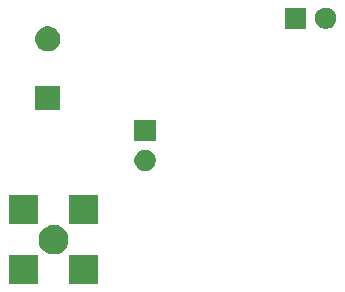
<source format=gbr>
G04 #@! TF.GenerationSoftware,KiCad,Pcbnew,(5.1.4)-1*
G04 #@! TF.CreationDate,2020-06-21T20:29:22+03:00*
G04 #@! TF.ProjectId,naa_g,6e61615f-672e-46b6-9963-61645f706362,rev?*
G04 #@! TF.SameCoordinates,Original*
G04 #@! TF.FileFunction,Soldermask,Bot*
G04 #@! TF.FilePolarity,Negative*
%FSLAX46Y46*%
G04 Gerber Fmt 4.6, Leading zero omitted, Abs format (unit mm)*
G04 Created by KiCad (PCBNEW (5.1.4)-1) date 2020-06-21 20:29:22*
%MOMM*%
%LPD*%
G04 APERTURE LIST*
%ADD10C,0.100000*%
G04 APERTURE END LIST*
D10*
G36*
X98711000Y-95291000D02*
G01*
X96209000Y-95291000D01*
X96209000Y-92789000D01*
X98711000Y-92789000D01*
X98711000Y-95291000D01*
X98711000Y-95291000D01*
G37*
G36*
X103791000Y-95291000D02*
G01*
X101289000Y-95291000D01*
X101289000Y-92789000D01*
X103791000Y-92789000D01*
X103791000Y-95291000D01*
X103791000Y-95291000D01*
G37*
G36*
X100364903Y-90297075D02*
G01*
X100592571Y-90391378D01*
X100797466Y-90528285D01*
X100971715Y-90702534D01*
X101108622Y-90907429D01*
X101202925Y-91135097D01*
X101251000Y-91376787D01*
X101251000Y-91623213D01*
X101202925Y-91864903D01*
X101108622Y-92092571D01*
X100971715Y-92297466D01*
X100797466Y-92471715D01*
X100592571Y-92608622D01*
X100592570Y-92608623D01*
X100592569Y-92608623D01*
X100364903Y-92702925D01*
X100123214Y-92751000D01*
X99876786Y-92751000D01*
X99635097Y-92702925D01*
X99407431Y-92608623D01*
X99407430Y-92608623D01*
X99407429Y-92608622D01*
X99202534Y-92471715D01*
X99028285Y-92297466D01*
X98891378Y-92092571D01*
X98797075Y-91864903D01*
X98749000Y-91623213D01*
X98749000Y-91376787D01*
X98797075Y-91135097D01*
X98891378Y-90907429D01*
X99028285Y-90702534D01*
X99202534Y-90528285D01*
X99407429Y-90391378D01*
X99635097Y-90297075D01*
X99876786Y-90249000D01*
X100123214Y-90249000D01*
X100364903Y-90297075D01*
X100364903Y-90297075D01*
G37*
G36*
X103791000Y-90211000D02*
G01*
X101289000Y-90211000D01*
X101289000Y-87709000D01*
X103791000Y-87709000D01*
X103791000Y-90211000D01*
X103791000Y-90211000D01*
G37*
G36*
X98711000Y-90211000D02*
G01*
X96209000Y-90211000D01*
X96209000Y-87709000D01*
X98711000Y-87709000D01*
X98711000Y-90211000D01*
X98711000Y-90211000D01*
G37*
G36*
X107863512Y-83893927D02*
G01*
X108012812Y-83923624D01*
X108176784Y-83991544D01*
X108324354Y-84090147D01*
X108449853Y-84215646D01*
X108548456Y-84363216D01*
X108616376Y-84527188D01*
X108651000Y-84701259D01*
X108651000Y-84878741D01*
X108616376Y-85052812D01*
X108548456Y-85216784D01*
X108449853Y-85364354D01*
X108324354Y-85489853D01*
X108176784Y-85588456D01*
X108012812Y-85656376D01*
X107863512Y-85686073D01*
X107838742Y-85691000D01*
X107661258Y-85691000D01*
X107636488Y-85686073D01*
X107487188Y-85656376D01*
X107323216Y-85588456D01*
X107175646Y-85489853D01*
X107050147Y-85364354D01*
X106951544Y-85216784D01*
X106883624Y-85052812D01*
X106849000Y-84878741D01*
X106849000Y-84701259D01*
X106883624Y-84527188D01*
X106951544Y-84363216D01*
X107050147Y-84215646D01*
X107175646Y-84090147D01*
X107323216Y-83991544D01*
X107487188Y-83923624D01*
X107636488Y-83893927D01*
X107661258Y-83889000D01*
X107838742Y-83889000D01*
X107863512Y-83893927D01*
X107863512Y-83893927D01*
G37*
G36*
X108651000Y-83151000D02*
G01*
X106849000Y-83151000D01*
X106849000Y-81349000D01*
X108651000Y-81349000D01*
X108651000Y-83151000D01*
X108651000Y-83151000D01*
G37*
G36*
X100551000Y-80551000D02*
G01*
X98449000Y-80551000D01*
X98449000Y-78449000D01*
X100551000Y-78449000D01*
X100551000Y-80551000D01*
X100551000Y-80551000D01*
G37*
G36*
X99806564Y-73489389D02*
G01*
X99997833Y-73568615D01*
X99997835Y-73568616D01*
X100069311Y-73616375D01*
X100169973Y-73683635D01*
X100316365Y-73830027D01*
X100431385Y-74002167D01*
X100510611Y-74193436D01*
X100551000Y-74396484D01*
X100551000Y-74603516D01*
X100510611Y-74806564D01*
X100431385Y-74997833D01*
X100431384Y-74997835D01*
X100316365Y-75169973D01*
X100169973Y-75316365D01*
X99997835Y-75431384D01*
X99997834Y-75431385D01*
X99997833Y-75431385D01*
X99806564Y-75510611D01*
X99603516Y-75551000D01*
X99396484Y-75551000D01*
X99193436Y-75510611D01*
X99002167Y-75431385D01*
X99002166Y-75431385D01*
X99002165Y-75431384D01*
X98830027Y-75316365D01*
X98683635Y-75169973D01*
X98568616Y-74997835D01*
X98568615Y-74997833D01*
X98489389Y-74806564D01*
X98449000Y-74603516D01*
X98449000Y-74396484D01*
X98489389Y-74193436D01*
X98568615Y-74002167D01*
X98683635Y-73830027D01*
X98830027Y-73683635D01*
X98930689Y-73616375D01*
X99002165Y-73568616D01*
X99002167Y-73568615D01*
X99193436Y-73489389D01*
X99396484Y-73449000D01*
X99603516Y-73449000D01*
X99806564Y-73489389D01*
X99806564Y-73489389D01*
G37*
G36*
X121401000Y-73651000D02*
G01*
X119599000Y-73651000D01*
X119599000Y-71849000D01*
X121401000Y-71849000D01*
X121401000Y-73651000D01*
X121401000Y-73651000D01*
G37*
G36*
X123153512Y-71853927D02*
G01*
X123302812Y-71883624D01*
X123466784Y-71951544D01*
X123614354Y-72050147D01*
X123739853Y-72175646D01*
X123838456Y-72323216D01*
X123906376Y-72487188D01*
X123941000Y-72661259D01*
X123941000Y-72838741D01*
X123906376Y-73012812D01*
X123838456Y-73176784D01*
X123739853Y-73324354D01*
X123614354Y-73449853D01*
X123466784Y-73548456D01*
X123302812Y-73616376D01*
X123153512Y-73646073D01*
X123128742Y-73651000D01*
X122951258Y-73651000D01*
X122926488Y-73646073D01*
X122777188Y-73616376D01*
X122613216Y-73548456D01*
X122465646Y-73449853D01*
X122340147Y-73324354D01*
X122241544Y-73176784D01*
X122173624Y-73012812D01*
X122139000Y-72838741D01*
X122139000Y-72661259D01*
X122173624Y-72487188D01*
X122241544Y-72323216D01*
X122340147Y-72175646D01*
X122465646Y-72050147D01*
X122613216Y-71951544D01*
X122777188Y-71883624D01*
X122926488Y-71853927D01*
X122951258Y-71849000D01*
X123128742Y-71849000D01*
X123153512Y-71853927D01*
X123153512Y-71853927D01*
G37*
M02*

</source>
